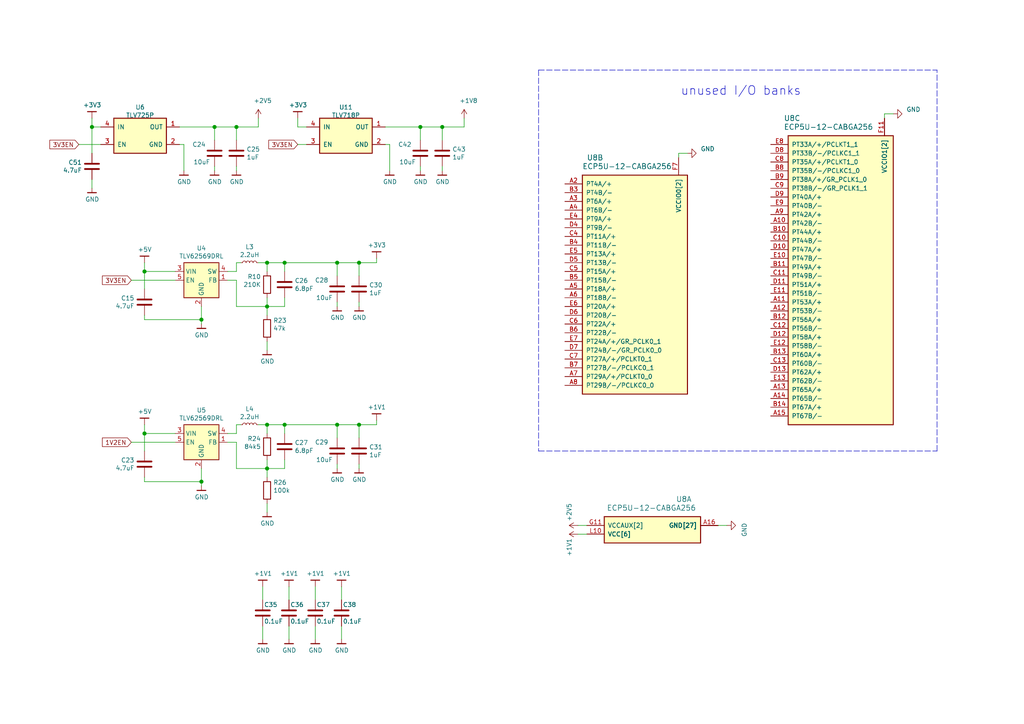
<source format=kicad_sch>
(kicad_sch (version 20210126) (generator eeschema)
  (paper "A4")
  (title_block (title "ECPBreaker") (date "2020-12-28") (rev "V0.1") (company "GsD") (comment 1 "2020 (C) Greg Davill  <greg.davill@gmail.com>") (comment 3 "License: CC-BY-SA V4.0"))
  (lib_symbols
    (symbol "Device:C" (pin_numbers hide) (pin_names (offset 0.254))
      (property "Reference" "C" (at 0.635 2.54 0))
      (property "Value" "C" (at 0.635 -2.54 0))
      (symbol "C_1_1"
        (pin passive line (at 0 3.81 270) (length 2.794) (name "~") (number "1"))
        (pin passive line (at 0 -3.81 90) (length 2.794) (name "~") (number "2"))
      )
    )
    (symbol "Device:L_Small" (pin_numbers hide) (pin_names (offset 0.254) hide)
      (property "Reference" "L" (at 0.762 1.016 0))
      (property "Value" "L_Small" (at 0.762 -1.016 0))
      (symbol "L_Small_1_1"
        (pin passive line (at 0 2.54 270) (length 0.508) (name "~") (number "1"))
        (pin passive line (at 0 -2.54 90) (length 0.508) (name "~") (number "2"))
      )
    )
    (symbol "Device:R_3" (pin_numbers hide) (pin_names (offset 0))
      (property "Reference" "R" (at 2.032 0 90))
      (property "Value" "R" (at 0 0 90))
      (symbol "R_3_1_1"
        (pin passive line (at 0 3.81 270) (length 1.27) (name "~") (number "1"))
        (pin passive line (at 0 -3.81 90) (length 1.27) (name "~") (number "2"))
      )
    )
    (symbol "Device:R_4" (pin_numbers hide) (pin_names (offset 0))
      (property "Reference" "R" (at 2.032 0 90))
      (property "Value" "R" (at 0 0 90))
      (symbol "R_4_1_1"
        (pin passive line (at 0 3.81 270) (length 1.27) (name "~") (number "1"))
        (pin passive line (at 0 -3.81 90) (length 1.27) (name "~") (number "2"))
      )
    )
    (symbol "Device:R_5" (pin_numbers hide) (pin_names (offset 0))
      (property "Reference" "R" (at 2.032 0 90))
      (property "Value" "R" (at 0 0 90))
      (symbol "R_5_1_1"
        (pin passive line (at 0 3.81 270) (length 1.27) (name "~") (number "1"))
        (pin passive line (at 0 -3.81 90) (length 1.27) (name "~") (number "2"))
      )
    )
    (symbol "Device:R_6" (pin_numbers hide) (pin_names (offset 0))
      (property "Reference" "R" (at 2.032 0 90))
      (property "Value" "R" (at 0 0 90))
      (symbol "R_6_1_1"
        (pin passive line (at 0 3.81 270) (length 1.27) (name "~") (number "1"))
        (pin passive line (at 0 -3.81 90) (length 1.27) (name "~") (number "2"))
      )
    )
    (symbol "Regulator_Switching:TLV62569DRL"
      (property "Reference" "U" (at -5.08 6.35 0))
      (property "Value" "TLV62569DRL" (at 0 6.35 0))
      (symbol "TLV62569DRL_1_1"
        (pin input line (at 7.62 0 180) (length 2.54) (name "FB") (number "1"))
        (pin power_in line (at 0 -7.62 90) (length 2.54) (name "GND") (number "2"))
        (pin power_in line (at -7.62 2.54 0) (length 2.54) (name "VIN") (number "3"))
        (pin power_out line (at 7.62 2.54 180) (length 2.54) (name "SW") (number "4"))
        (pin input line (at -7.62 0 0) (length 2.54) (name "EN") (number "5"))
        (pin no_connect line (at 5.08 -2.54 180) (length 2.54) hide (name "NC") (number "6"))
      )
    )
    (symbol "gkl_pmic:NCP167" (pin_names (offset 1.016))
      (property "Reference" "U" (at 0 11.43 0))
      (property "Value" "NCP167" (at 0 8.89 0))
      (symbol "NCP167_1_1"
        (pin input line (at 11.43 2.54 180) (length 3.81) (name "OUT") (number "1"))
        (pin input line (at 11.43 -2.54 180) (length 3.81) (name "GND") (number "2"))
        (pin input line (at -11.43 -2.54 0) (length 3.81) (name "EN") (number "3"))
        (pin input line (at -11.43 2.54 0) (length 3.81) (name "IN") (number "4"))
      )
    )
    (symbol "gkl_power:+1V1" (power) (pin_names (offset 0))
      (property "Value" "+1V1" (at 0 3.556 0))
      (symbol "+1V1_1_1"
        (pin power_in line (at 0 0 90) (length 0) hide (name "+1V1") (number "1"))
      )
    )
    (symbol "gkl_power:+3V3" (power) (pin_names (offset 0))
      (property "Value" "+3V3" (at 0 3.556 0))
      (symbol "+3V3_1_1"
        (pin power_in line (at 0 0 90) (length 0) hide (name "+3V3") (number "1"))
      )
    )
    (symbol "gkl_power:+5V" (power) (pin_names (offset 0))
      (property "Value" "+5V" (at 0 3.175 0))
      (symbol "+5V_1_1"
        (pin power_in line (at 0 0 90) (length 0) hide (name "+5V") (number "1"))
      )
    )
    (symbol "gkl_power:GND" (power) (pin_names (offset 0))
      (property "Value" "GND" (at 0 -2.54 0))
      (symbol "GND_1_1"
        (pin power_in line (at 0 0 270) (length 0) hide (name "GND") (number "1"))
      )
    )
    (symbol "gsd-kicad:ECP5U-12-CABGA256" (pin_names (offset 1.016))
      (property "Reference" "U" (at 3.81 6.35 0))
      (property "Value" "ECP5U-12-CABGA256" (at 3.81 3.81 0))
      (symbol "ECP5U-12-CABGA256_1_1"
        (pin power_in line (at 7.62 -15.24 90) (length 5.08) (name "GND[27]") (number "A16"))
        (pin power_in line (at 7.62 -15.24 90) (length 5.08) (name "GND[27]") (number "H16"))
        (pin power_in line (at 7.62 -15.24 90) (length 5.08) (name "GND[27]") (number "T16"))
        (pin power_in line (at 7.62 -15.24 90) (length 5.08) (name "GND[27]") (number "D15"))
        (pin power_in line (at 7.62 -15.24 90) (length 5.08) (name "GND[27]") (number "N15"))
        (pin power_in line (at 7.62 -15.24 90) (length 5.08) (name "GND[27]") (number "T12"))
        (pin power_in line (at 7.62 -15.24 90) (length 5.08) (name "GND[27]") (number "G10"))
        (pin power_in line (at 7.62 -15.24 90) (length 5.08) (name "GND[27]") (number "H10"))
        (pin power_in line (at 7.62 -15.24 90) (length 5.08) (name "GND[27]") (number "J10"))
        (pin power_in line (at 7.62 -15.24 90) (length 5.08) (name "GND[27]") (number "K10"))
        (pin power_in line (at 7.62 -15.24 90) (length 5.08) (name "GND[27]") (number "F9"))
        (pin power_in line (at 7.62 -15.24 90) (length 5.08) (name "GND[27]") (number "H9"))
        (pin power_in line (at 7.62 -15.24 90) (length 5.08) (name "GND[27]") (number "J9"))
        (pin power_in line (at 7.62 -15.24 90) (length 5.08) (name "GND[27]") (number "K9"))
        (pin power_in line (at 7.62 -15.24 90) (length 5.08) (name "GND[27]") (number "F8"))
        (pin power_in line (at 7.62 -15.24 90) (length 5.08) (name "GND[27]") (number "G8"))
        (pin power_in line (at 7.62 -15.24 90) (length 5.08) (name "GND[27]") (number "H8"))
        (pin power_in line (at 7.62 -15.24 90) (length 5.08) (name "GND[27]") (number "J8"))
        (pin power_in line (at 7.62 -15.24 90) (length 5.08) (name "GND[27]") (number "K8"))
        (pin power_in line (at 7.62 -15.24 90) (length 5.08) (name "GND[27]") (number "K7"))
        (pin power_in line (at 7.62 -15.24 90) (length 5.08) (name "GND[27]") (number "K6"))
        (pin power_in line (at 7.62 -15.24 90) (length 5.08) (name "GND[27]") (number "T5"))
        (pin power_in line (at 7.62 -15.24 90) (length 5.08) (name "GND[27]") (number "D2"))
        (pin power_in line (at 7.62 -15.24 90) (length 5.08) (name "GND[27]") (number "N2"))
        (pin power_in line (at 7.62 -15.24 90) (length 5.08) (name "GND[27]") (number "A1"))
        (pin power_in line (at 7.62 -15.24 90) (length 5.08) (name "GND[27]") (number "H1"))
        (pin power_in line (at 7.62 -15.24 90) (length 5.08) (name "GND[27]") (number "T1"))
        (pin power_in line (at 10.16 22.86 270) (length 5.08) (name "VCC[6]") (number "L10"))
        (pin power_in line (at 10.16 22.86 270) (length 5.08) (name "VCC[6]") (number "G9"))
        (pin power_in line (at 10.16 22.86 270) (length 5.08) (name "VCC[6]") (number "L9"))
        (pin power_in line (at 10.16 22.86 270) (length 5.08) (name "VCC[6]") (number "L8"))
        (pin power_in line (at 10.16 22.86 270) (length 5.08) (name "VCC[6]") (number "G7"))
        (pin power_in line (at 10.16 22.86 270) (length 5.08) (name "VCC[6]") (number "G6"))
        (pin power_in line (at 7.62 22.86 270) (length 5.08) (name "VCCAUX[2]") (number "G11"))
        (pin power_in line (at 7.62 22.86 270) (length 5.08) (name "VCCAUX[2]") (number "L7"))
      )
      (symbol "ECP5U-12-CABGA256_2_1"
        (pin bidirectional line (at 0 0 0) (length 5.08) (name "PT4A/+") (number "A2"))
        (pin bidirectional line (at 0 -2.54 0) (length 5.08) (name "PT4B/-") (number "B3"))
        (pin bidirectional line (at 0 -5.08 0) (length 5.08) (name "PT6A/+") (number "A3"))
        (pin bidirectional line (at 0 -7.62 0) (length 5.08) (name "PT6B/-") (number "A4"))
        (pin bidirectional line (at 0 -10.16 0) (length 5.08) (name "PT9A/+") (number "E4"))
        (pin bidirectional line (at 0 -12.7 0) (length 5.08) (name "PT9B/-") (number "D4"))
        (pin bidirectional line (at 0 -15.24 0) (length 5.08) (name "PT11A/+") (number "C4"))
        (pin bidirectional line (at 0 -17.78 0) (length 5.08) (name "PT11B/-") (number "B4"))
        (pin bidirectional line (at 0 -20.32 0) (length 5.08) (name "PT13A/+") (number "E5"))
        (pin bidirectional line (at 0 -22.86 0) (length 5.08) (name "PT13B/-") (number "D5"))
        (pin bidirectional line (at 0 -25.4 0) (length 5.08) (name "PT15A/+") (number "C5"))
        (pin bidirectional line (at 0 -27.94 0) (length 5.08) (name "PT15B/-") (number "B5"))
        (pin bidirectional line (at 0 -30.48 0) (length 5.08) (name "PT18A/+") (number "A5"))
        (pin bidirectional line (at 0 -33.02 0) (length 5.08) (name "PT18B/-") (number "A6"))
        (pin bidirectional line (at 0 -35.56 0) (length 5.08) (name "PT20A/+") (number "E6"))
        (pin bidirectional line (at 0 -38.1 0) (length 5.08) (name "PT20B/-") (number "D6"))
        (pin bidirectional line (at 0 -40.64 0) (length 5.08) (name "PT22A/+") (number "C6"))
        (pin bidirectional line (at 0 -43.18 0) (length 5.08) (name "PT22B/-") (number "B6"))
        (pin bidirectional line (at 0 -45.72 0) (length 5.08) (name "PT24A/+/GR_PCLK0_1") (number "E7"))
        (pin bidirectional line (at 0 -48.26 0) (length 5.08) (name "PT24B/-/GR_PCLK0_0") (number "D7"))
        (pin bidirectional line (at 0 -50.8 0) (length 5.08) (name "PT27A/+/PCLKT0_1") (number "C7"))
        (pin bidirectional line (at 0 -53.34 0) (length 5.08) (name "PT27B/-/PCLKC0_1") (number "B7"))
        (pin bidirectional line (at 0 -55.88 0) (length 5.08) (name "PT29A/+/PCLKT0_0") (number "A7"))
        (pin bidirectional line (at 0 -58.42 0) (length 5.08) (name "PT29B/-/PCLKC0_0") (number "A8"))
        (pin power_in line (at 33.02 7.62 270) (length 5.08) (name "VCCIO0[2]") (number "F7"))
        (pin power_in line (at 33.02 7.62 270) (length 5.08) (name "VCCIO0[2]") (number "F6"))
      )
      (symbol "ECP5U-12-CABGA256_3_1"
        (pin bidirectional line (at 0 0 0) (length 5.08) (name "PT33A/+/PCLKT1_1") (number "E8"))
        (pin bidirectional line (at 0 -2.54 0) (length 5.08) (name "PT33B/-/PCLKC1_1") (number "D8"))
        (pin bidirectional line (at 0 -5.08 0) (length 5.08) (name "PT35A/+/PCLKT1_0") (number "C8"))
        (pin bidirectional line (at 0 -7.62 0) (length 5.08) (name "PT35B/-/PCLKC1_0") (number "B8"))
        (pin bidirectional line (at 0 -10.16 0) (length 5.08) (name "PT38A/+/GR_PCLK1_0") (number "B9"))
        (pin bidirectional line (at 0 -12.7 0) (length 5.08) (name "PT38B/-/GR_PCLK1_1") (number "C9"))
        (pin bidirectional line (at 0 -15.24 0) (length 5.08) (name "PT40A/+") (number "D9"))
        (pin bidirectional line (at 0 -17.78 0) (length 5.08) (name "PT40B/-") (number "E9"))
        (pin bidirectional line (at 0 -20.32 0) (length 5.08) (name "PT42A/+") (number "A9"))
        (pin bidirectional line (at 0 -22.86 0) (length 5.08) (name "PT42B/-") (number "A10"))
        (pin bidirectional line (at 0 -25.4 0) (length 5.08) (name "PT44A/+") (number "B10"))
        (pin bidirectional line (at 0 -27.94 0) (length 5.08) (name "PT44B/-") (number "C10"))
        (pin bidirectional line (at 0 -30.48 0) (length 5.08) (name "PT47A/+") (number "D10"))
        (pin bidirectional line (at 0 -33.02 0) (length 5.08) (name "PT47B/-") (number "E10"))
        (pin bidirectional line (at 0 -35.56 0) (length 5.08) (name "PT49A/+") (number "B11"))
        (pin bidirectional line (at 0 -38.1 0) (length 5.08) (name "PT49B/-") (number "C11"))
        (pin bidirectional line (at 0 -40.64 0) (length 5.08) (name "PT51A/+") (number "D11"))
        (pin bidirectional line (at 0 -43.18 0) (length 5.08) (name "PT51B/-") (number "E11"))
        (pin bidirectional line (at 0 -45.72 0) (length 5.08) (name "PT53A/+") (number "A11"))
        (pin bidirectional line (at 0 -48.26 0) (length 5.08) (name "PT53B/-") (number "A12"))
        (pin bidirectional line (at 0 -50.8 0) (length 5.08) (name "PT56A/+") (number "B12"))
        (pin bidirectional line (at 0 -53.34 0) (length 5.08) (name "PT56B/-") (number "C12"))
        (pin bidirectional line (at 0 -55.88 0) (length 5.08) (name "PT58A/+") (number "D12"))
        (pin bidirectional line (at 0 -58.42 0) (length 5.08) (name "PT58B/-") (number "E12"))
        (pin bidirectional line (at 0 -60.96 0) (length 5.08) (name "PT60A/+") (number "B13"))
        (pin bidirectional line (at 0 -63.5 0) (length 5.08) (name "PT60B/-") (number "C13"))
        (pin bidirectional line (at 0 -66.04 0) (length 5.08) (name "PT62A/+") (number "D13"))
        (pin bidirectional line (at 0 -68.58 0) (length 5.08) (name "PT62B/-") (number "E13"))
        (pin bidirectional line (at 0 -71.12 0) (length 5.08) (name "PT65A/+") (number "A13"))
        (pin bidirectional line (at 0 -73.66 0) (length 5.08) (name "PT65B/-") (number "A14"))
        (pin bidirectional line (at 0 -76.2 0) (length 5.08) (name "PT67A/+") (number "B14"))
        (pin bidirectional line (at 0 -78.74 0) (length 5.08) (name "PT67B/-") (number "A15"))
        (pin power_in line (at 33.02 7.62 270) (length 5.08) (name "VCCIO1[2]") (number "F11"))
        (pin power_in line (at 33.02 7.62 270) (length 5.08) (name "VCCIO1[2]") (number "F10"))
      )
      (symbol "ECP5U-12-CABGA256_4_1"
        (pin bidirectional line (at 0 0 0) (length 5.08) (name "PR2A/+/HS/RDQ8") (number "B16"))
        (pin bidirectional line (at 0 -2.54 0) (length 5.08) (name "PR2B/-/S0_IN/HS/RDQ8") (number "B15"))
        (pin bidirectional line (at 0 -5.08 0) (length 5.08) (name "PR2C/+/RDQ8") (number "C14"))
        (pin bidirectional line (at 0 -7.62 0) (length 5.08) (name "PR2D/-/RDQ8") (number "D14"))
        (pin bidirectional line (at 0 -10.16 0) (length 5.08) (name "PR5A/+/HS/RDQ8") (number "C16"))
        (pin bidirectional line (at 0 -12.7 0) (length 5.08) (name "PR5B/-/HS/RDQ8") (number "C15"))
        (pin bidirectional line (at 0 -15.24 0) (length 5.08) (name "PR5C/+/RDQ8") (number "E14"))
        (pin bidirectional line (at 0 -17.78 0) (length 5.08) (name "PR5D/-/RDQ8") (number "F14"))
        (pin bidirectional line (at 0 -20.32 0) (length 5.08) (name "PR8A/+/HS/RDQS8") (number "D16"))
        (pin bidirectional line (at 0 -22.86 0) (length 5.08) (name "PR8B/-/HS/RDQSN8") (number "E15"))
        (pin bidirectional line (at 0 -25.4 0) (length 5.08) (name "PR8C/+/RDQ8") (number "F13"))
        (pin bidirectional line (at 0 -27.94 0) (length 5.08) (name "PR8D/-/RDQ8") (number "F12"))
        (pin bidirectional line (at 0 -30.48 0) (length 5.08) (name "PR11A/+/HS/RDQ8") (number "G12"))
        (pin bidirectional line (at 0 -33.02 0) (length 5.08) (name "PR11B/-/HS/RDQ8") (number "G13"))
        (pin bidirectional line (at 0 -35.56 0) (length 5.08) (name "PR11C/+/RDQ8") (number "F15"))
        (pin bidirectional line (at 0 -38.1 0) (length 5.08) (name "PR11D/-/RDQ8") (number "E16"))
        (pin bidirectional line (at 0 -40.64 0) (length 5.08) (name "PR14A/+/HS/RDQ20") (number "F16"))
        (pin bidirectional line (at 0 -43.18 0) (length 5.08) (name "PR14B/-/HS/RDQ20") (number "G15"))
        (pin bidirectional line (at 0 -45.72 0) (length 5.08) (name "PR14C/+/VREF1_2/RDQ20") (number "G14"))
        (pin bidirectional line (at 0 -48.26 0) (length 5.08) (name "PR14D/-/RDQ20") (number "H14"))
        (pin bidirectional line (at 0 -50.8 0) (length 5.08) (name "PR17A/+/HS/RDQ20") (number "H12"))
        (pin bidirectional line (at 0 -53.34 0) (length 5.08) (name "PR17B/-/HS/RDQ20") (number "H13"))
        (pin bidirectional line (at 0 -55.88 0) (length 5.08) (name "PR17C/+/RDQ20") (number "J13"))
        (pin bidirectional line (at 0 -58.42 0) (length 5.08) (name "PR17D/-/RDQ20") (number "J12"))
        (pin bidirectional line (at 0 -60.96 0) (length 5.08) (name "PR20A/+/GR_PCLK2_1/HS/RDQS20") (number "G16"))
        (pin bidirectional line (at 0 -63.5 0) (length 5.08) (name "PR20B/-/HS/RDQSN20") (number "H15"))
        (pin bidirectional line (at 0 -66.04 0) (length 5.08) (name "PR20C/+/GR_PCLK2_0/RDQ20") (number "J14"))
        (pin bidirectional line (at 0 -68.58 0) (length 5.08) (name "PR20D/-/RDQ20") (number "K14"))
        (pin bidirectional line (at 0 -71.12 0) (length 5.08) (name "PR23A/+/PCLKT2_1/HS/RDQ20") (number "J16"))
        (pin bidirectional line (at 0 -73.66 0) (length 5.08) (name "PR23B/-/PCLKC2_1/HS/RDQ20") (number "J15"))
        (pin bidirectional line (at 0 -76.2 0) (length 5.08) (name "PR23C/+/PCLKT2_0/RDQ20") (number "K16"))
        (pin bidirectional line (at 0 -78.74 0) (length 5.08) (name "PR23D/-/PCLKC2_0/RDQ20") (number "K15"))
        (pin power_in line (at 45.72 7.62 270) (length 5.08) (name "VCCIO2[2]") (number "H11"))
        (pin power_in line (at 45.72 7.62 270) (length 5.08) (name "VCCIO2[2]") (number "J11"))
      )
      (symbol "ECP5U-12-CABGA256_5_1"
        (pin bidirectional line (at 0 0 0) (length 5.08) (name "PR26A/+/PCLKT3_1/HS/RDQ32") (number "L16"))
        (pin bidirectional line (at 0 -2.54 0) (length 5.08) (name "PR26B/-/PCLKC3_1/HS/RDQ32") (number "L15"))
        (pin bidirectional line (at 0 -5.08 0) (length 5.08) (name "PR26C/+/PCLKT3_0/RDQ32") (number "M16"))
        (pin bidirectional line (at 0 -7.62 0) (length 5.08) (name "PR26D/-/PCLKC3_0/RDQ32") (number "M15"))
        (pin bidirectional line (at 0 -10.16 0) (length 5.08) (name "PR29A/+/GR_PCLK3_0/HS/RDQ32") (number "K13"))
        (pin bidirectional line (at 0 -12.7 0) (length 5.08) (name "PR29B/-/HS/RDQ32") (number "K12"))
        (pin bidirectional line (at 0 -15.24 0) (length 5.08) (name "PR29C/+/GR_PCLK3_1/RDQ32") (number "L13"))
        (pin bidirectional line (at 0 -17.78 0) (length 5.08) (name "PR29D/-/RDQ32") (number "L12"))
        (pin bidirectional line (at 0 -20.32 0) (length 5.08) (name "PR32A/+/HS/RDQS32") (number "N16"))
        (pin bidirectional line (at 0 -22.86 0) (length 5.08) (name "PR32B/-/HS/RDQSN32") (number "P15"))
        (pin bidirectional line (at 0 -25.4 0) (length 5.08) (name "PR32C/+/RDQ32") (number "L14"))
        (pin bidirectional line (at 0 -27.94 0) (length 5.08) (name "PR32D/-/RDQ32") (number "M14"))
        (pin bidirectional line (at 0 -30.48 0) (length 5.08) (name "PR35A/+/HS/RDQ32") (number "P16"))
        (pin bidirectional line (at 0 -33.02 0) (length 5.08) (name "PR35B/-/VREF1_3/HS/RDQ32") (number "R16"))
        (pin bidirectional line (at 0 -35.56 0) (length 5.08) (name "PR35C/+/RDQ32") (number "M13"))
        (pin bidirectional line (at 0 -38.1 0) (length 5.08) (name "PR35D/-/RDQ32") (number "N14"))
        (pin bidirectional line (at 0 -40.64 0) (length 5.08) (name "PR38A/+/HS/RDQ44") (number "N13"))
        (pin bidirectional line (at 0 -43.18 0) (length 5.08) (name "PR38B/-/HS/RDQ44") (number "P14"))
        (pin bidirectional line (at 0 -45.72 0) (length 5.08) (name "PR38C/+/RDQ44") (number "R15"))
        (pin bidirectional line (at 0 -48.26 0) (length 5.08) (name "PR38D/-/RDQ44") (number "T15"))
        (pin bidirectional line (at 0 -50.8 0) (length 5.08) (name "PR41A/+/HS/RDQ44") (number "P13"))
        (pin bidirectional line (at 0 -53.34 0) (length 5.08) (name "PR41B/-/HS/RDQ44") (number "R14"))
        (pin bidirectional line (at 0 -55.88 0) (length 5.08) (name "PR41C/+/RDQ44") (number "R13"))
        (pin bidirectional line (at 0 -58.42 0) (length 5.08) (name "PR41D/-/RDQ44") (number "T14"))
        (pin bidirectional line (at 0 -60.96 0) (length 5.08) (name "PR44A/+/HS/RDQS44") (number "R12"))
        (pin bidirectional line (at 0 -63.5 0) (length 5.08) (name "PR44B/-/HS/RDQSN44") (number "T13"))
        (pin bidirectional line (at 0 -66.04 0) (length 5.08) (name "PR44C/+/RDQ44") (number "M12"))
        (pin bidirectional line (at 0 -68.58 0) (length 5.08) (name "PR44D/-/RDQ44") (number "N12"))
        (pin bidirectional line (at 0 -71.12 0) (length 5.08) (name "PR47A/+/HS/RDQ44") (number "M11"))
        (pin bidirectional line (at 0 -73.66 0) (length 5.08) (name "PR47B/-/HS/RDQ44") (number "N11"))
        (pin bidirectional line (at 0 -76.2 0) (length 5.08) (name "PR47C/+/LRC_GPLL0T_IN/RDQ44") (number "P11"))
        (pin bidirectional line (at 0 -78.74 0) (length 5.08) (name "PR47D/-/LRC_GPLL0C_IN/RDQ44") (number "P12"))
        (pin power_in line (at 45.72 7.62 270) (length 5.08) (name "VCCIO3[2]") (number "K11"))
        (pin power_in line (at 45.72 7.62 270) (length 5.08) (name "VCCIO3[2]") (number "L11"))
      )
      (symbol "ECP5U-12-CABGA256_6_1"
        (pin bidirectional line (at 0 0 0) (length 5.08) (name "PL26A/+/PCLKT6_1/HS/LDQ32") (number "L1"))
        (pin bidirectional line (at 0 -2.54 0) (length 5.08) (name "PL26B/-/PCLKC6_1/HS/LDQ32") (number "L2"))
        (pin bidirectional line (at 0 -5.08 0) (length 5.08) (name "PL26C/+/PCLKT6_0/LDQ32") (number "M1"))
        (pin bidirectional line (at 0 -7.62 0) (length 5.08) (name "PL26D/-/PCLKC6_0/LDQ32") (number "M2"))
        (pin bidirectional line (at 0 -10.16 0) (length 5.08) (name "PL29A/+/GR_PCLK6_0/HS/LDQ32") (number "K4"))
        (pin bidirectional line (at 0 -12.7 0) (length 5.08) (name "PL29B/-/HS/LDQ32") (number "K5"))
        (pin bidirectional line (at 0 -15.24 0) (length 5.08) (name "PL29C/+/GR_PCLK6_1/LDQ32") (number "L4"))
        (pin bidirectional line (at 0 -17.78 0) (length 5.08) (name "PL29D/-/LDQ32") (number "L5"))
        (pin bidirectional line (at 0 -20.32 0) (length 5.08) (name "PL32A/+/HS/LDQS32") (number "N1"))
        (pin bidirectional line (at 0 -22.86 0) (length 5.08) (name "PL32B/-/HS/LDQSN32") (number "P2"))
        (pin bidirectional line (at 0 -25.4 0) (length 5.08) (name "PL32C/+/LDQ32") (number "L3"))
        (pin bidirectional line (at 0 -27.94 0) (length 5.08) (name "PL32D/-/LDQ32") (number "M3"))
        (pin bidirectional line (at 0 -30.48 0) (length 5.08) (name "PL35A/+/HS/LDQ32") (number "P1"))
        (pin bidirectional line (at 0 -33.02 0) (length 5.08) (name "PL35B/-/VREF1_6/HS/LDQ32") (number "R1"))
        (pin bidirectional line (at 0 -35.56 0) (length 5.08) (name "PL35C/+/LDQ32") (number "M4"))
        (pin bidirectional line (at 0 -38.1 0) (length 5.08) (name "PL35D/-/LDQ32") (number "N3"))
        (pin bidirectional line (at 0 -40.64 0) (length 5.08) (name "PL38A/+/HS/LDQ44") (number "N4"))
        (pin bidirectional line (at 0 -43.18 0) (length 5.08) (name "PL38B/-/HS/LDQ44") (number "P3"))
        (pin bidirectional line (at 0 -45.72 0) (length 5.08) (name "PL38C/+/LDQ44") (number "R2"))
        (pin bidirectional line (at 0 -48.26 0) (length 5.08) (name "PL38D/-/LDQ44") (number "T2"))
        (pin bidirectional line (at 0 -50.8 0) (length 5.08) (name "PL41A/+/HS/LDQ44") (number "P4"))
        (pin bidirectional line (at 0 -53.34 0) (length 5.08) (name "PL41B/-/HS/LDQ44") (number "R3"))
        (pin bidirectional line (at 0 -55.88 0) (length 5.08) (name "PL41C/+/LDQ44") (number "R4"))
        (pin bidirectional line (at 0 -58.42 0) (length 5.08) (name "PL41D/-/LDQ44") (number "T3"))
        (pin bidirectional line (at 0 -60.96 0) (length 5.08) (name "PL44A/+/HS/LDQS44") (number "R5"))
        (pin bidirectional line (at 0 -63.5 0) (length 5.08) (name "PL44B/-/HS/LDQSN44") (number "T4"))
        (pin bidirectional line (at 0 -66.04 0) (length 5.08) (name "PL44C/+/LDQ44") (number "M5"))
        (pin bidirectional line (at 0 -68.58 0) (length 5.08) (name "PL44D/-/LDQ44") (number "N5"))
        (pin bidirectional line (at 0 -71.12 0) (length 5.08) (name "PL47A/+/HS/LDQ44") (number "M6"))
        (pin bidirectional line (at 0 -73.66 0) (length 5.08) (name "PL47B/-/HS/LDQ44") (number "N6"))
        (pin bidirectional line (at 0 -76.2 0) (length 5.08) (name "PL47C/+/LLC_GPLL0T_IN/LDQ44") (number "P6"))
        (pin bidirectional line (at 0 -78.74 0) (length 5.08) (name "PL47D/-/LLC_GPLL0C_IN/LDQ44") (number "P5"))
        (pin power_in line (at 45.72 7.62 270) (length 5.08) (name "VCCIO6[2]") (number "J7"))
        (pin power_in line (at 45.72 7.62 270) (length 5.08) (name "VCCIO6[2]") (number "J6"))
      )
      (symbol "ECP5U-12-CABGA256_7_1"
        (pin bidirectional line (at 0 0 0) (length 5.08) (name "PL2A/+/HS/LDQ8") (number "B1"))
        (pin bidirectional line (at 0 -2.54 0) (length 5.08) (name "PL2B/-/HS/LDQ8") (number "B2"))
        (pin bidirectional line (at 0 -5.08 0) (length 5.08) (name "PL2C/+/LDQ8") (number "C3"))
        (pin bidirectional line (at 0 -7.62 0) (length 5.08) (name "PL2D/-/LDQ8") (number "D3"))
        (pin bidirectional line (at 0 -10.16 0) (length 5.08) (name "PL5A/+/HS/LDQ8") (number "C1"))
        (pin bidirectional line (at 0 -12.7 0) (length 5.08) (name "PL5B/-/HS/LDQ8") (number "C2"))
        (pin bidirectional line (at 0 -15.24 0) (length 5.08) (name "PL5C/+/LDQ8") (number "E3"))
        (pin bidirectional line (at 0 -17.78 0) (length 5.08) (name "PL5D/-/LDQ8") (number "F3"))
        (pin bidirectional line (at 0 -20.32 0) (length 5.08) (name "PL8A/+/HS/LDQS8") (number "D1"))
        (pin bidirectional line (at 0 -22.86 0) (length 5.08) (name "PL8B/-/HS/LDQSN8") (number "E2"))
        (pin bidirectional line (at 0 -25.4 0) (length 5.08) (name "PL8C/+/LDQ8") (number "F4"))
        (pin bidirectional line (at 0 -27.94 0) (length 5.08) (name "PL8D/-/LDQ8") (number "F5"))
        (pin bidirectional line (at 0 -30.48 0) (length 5.08) (name "PL11A/+/HS/LDQ8") (number "G5"))
        (pin bidirectional line (at 0 -33.02 0) (length 5.08) (name "PL11B/-/HS/LDQ8") (number "G4"))
        (pin bidirectional line (at 0 -35.56 0) (length 5.08) (name "PL11C/+/LDQ8") (number "F2"))
        (pin bidirectional line (at 0 -38.1 0) (length 5.08) (name "PL11D/-/LDQ8") (number "E1"))
        (pin bidirectional line (at 0 -40.64 0) (length 5.08) (name "PL14A/+/HS/LDQ20") (number "F1"))
        (pin bidirectional line (at 0 -43.18 0) (length 5.08) (name "PL14B/-/HS/LDQ20") (number "G2"))
        (pin bidirectional line (at 0 -45.72 0) (length 5.08) (name "PL14C/+/VREF1_7/LDQ20") (number "G3"))
        (pin bidirectional line (at 0 -48.26 0) (length 5.08) (name "PL14D/-/LDQ20") (number "H3"))
        (pin bidirectional line (at 0 -50.8 0) (length 5.08) (name "PL17A/+/HS/LDQ20") (number "H5"))
        (pin bidirectional line (at 0 -53.34 0) (length 5.08) (name "PL17B/-/HS/LDQ20") (number "H4"))
        (pin bidirectional line (at 0 -55.88 0) (length 5.08) (name "PL17C/+/LDQ20") (number "J4"))
        (pin bidirectional line (at 0 -58.42 0) (length 5.08) (name "PL17D/-/LDQ20") (number "J5"))
        (pin bidirectional line (at 0 -60.96 0) (length 5.08) (name "PL20A/+/GR_PCLK7_1/HS/LDQS20") (number "G1"))
        (pin bidirectional line (at 0 -63.5 0) (length 5.08) (name "PL20B/-/HS/LDQSN20") (number "H2"))
        (pin bidirectional line (at 0 -66.04 0) (length 5.08) (name "PL20C/+/GR_PCLK7_0/LDQ20") (number "J3"))
        (pin bidirectional line (at 0 -68.58 0) (length 5.08) (name "PL20D/-/LDQ20") (number "K3"))
        (pin bidirectional line (at 0 -71.12 0) (length 5.08) (name "PL23A/+/PCLKT7_1/HS/LDQ20") (number "J1"))
        (pin bidirectional line (at 0 -73.66 0) (length 5.08) (name "PL23B/-/PCLKC7_1/HS/LDQ20") (number "J2"))
        (pin bidirectional line (at 0 -76.2 0) (length 5.08) (name "PL23C/+/PCLKT7_0/LDQ20") (number "K1"))
        (pin bidirectional line (at 0 -78.74 0) (length 5.08) (name "PL23D/-/PCLKC7_0/LDQ20") (number "K2"))
        (pin power_in line (at 45.72 7.62 270) (length 5.08) (name "VCCIO7[2]") (number "H7"))
        (pin power_in line (at 45.72 7.62 270) (length 5.08) (name "VCCIO7[2]") (number "H6"))
      )
      (symbol "ECP5U-12-CABGA256_8_1"
        (pin bidirectional line (at 0 0 0) (length 5.08) (name "CCLK/MCLK/SCK") (number "N9"))
        (pin bidirectional line (at 0 -2.54 0) (length 5.08) (name "CFG_0") (number "N10"))
        (pin bidirectional line (at 0 -5.08 0) (length 5.08) (name "CFG_1") (number "P10"))
        (pin bidirectional line (at 0 -7.62 0) (length 5.08) (name "CFG_2") (number "R10"))
        (pin bidirectional line (at 0 -10.16 0) (length 5.08) (name "DONE") (number "P9"))
        (pin bidirectional line (at 0 -12.7 0) (length 5.08) (name "INITN") (number "T9"))
        (pin bidirectional line (at 0 -15.24 0) (length 5.08) (name "PB4A/+/D7/IO7") (number "T6"))
        (pin bidirectional line (at 0 -17.78 0) (length 5.08) (name "PB4B/-/D6/IO6") (number "R6"))
        (pin bidirectional line (at 0 -20.32 0) (length 5.08) (name "PB6A/+/D5/MISO2/IO5") (number "R7"))
        (pin bidirectional line (at 0 -22.86 0) (length 5.08) (name "PB6B/-/D4/MOSI2/IO4") (number "P7"))
        (pin bidirectional line (at 0 -25.4 0) (length 5.08) (name "PB9A/+/D3/IO3") (number "N7"))
        (pin bidirectional line (at 0 -27.94 0) (length 5.08) (name "PB9B/-/D2/IO2") (number "M7"))
        (pin bidirectional line (at 0 -30.48 0) (length 5.08) (name "PB11A/+/D1/MISO/IO1") (number "T7"))
        (pin bidirectional line (at 0 -33.02 0) (length 5.08) (name "PB11B/-/D0/MOSI/IO0") (number "T8"))
        (pin bidirectional line (at 0 -35.56 0) (length 5.08) (name "PB13A/+/SN/CSN") (number "R8"))
        (pin bidirectional line (at 0 -38.1 0) (length 5.08) (name "PB13B/-/CS1N") (number "P8"))
        (pin bidirectional line (at 0 -40.64 0) (length 5.08) (name "PB15A/+/HOLDN/DI/BUSY/CSSPIN/CEN") (number "N8"))
        (pin bidirectional line (at 0 -43.18 0) (length 5.08) (name "PB15B/-/DOUT/CSON") (number "M8"))
        (pin bidirectional line (at 0 -45.72 0) (length 5.08) (name "PB18A/WRITEN") (number "M9"))
        (pin bidirectional line (at 0 -48.26 0) (length 5.08) (name "PROGRAMN") (number "R9"))
        (pin power_in line (at 50.8 7.62 270) (length 5.08) (name "VCCIO8") (number "L6"))
      )
      (symbol "ECP5U-12-CABGA256_9_1"
        (pin bidirectional line (at 0 0 0) (length 5.08) (name "TCK") (number "T10"))
        (pin bidirectional line (at 0 -2.54 0) (length 5.08) (name "TDI") (number "R11"))
        (pin bidirectional line (at 0 -5.08 0) (length 5.08) (name "TDO") (number "M10"))
        (pin bidirectional line (at 0 -7.62 0) (length 5.08) (name "TMS") (number "T11"))
      )
    )
    (symbol "power:+1V1" (power) (pin_names (offset 0))
      (property "Value" "+1V1" (at 0 3.556 0))
      (symbol "+1V1_1_1"
        (pin power_in line (at 0 0 90) (length 0) hide (name "+1V1") (number "1"))
      )
    )
    (symbol "power:+1V8" (power) (pin_names (offset 0))
      (property "Value" "+1V8" (at 0 3.556 0))
      (symbol "+1V8_1_1"
        (pin power_in line (at 0 0 90) (length 0) hide (name "+1V8") (number "1"))
      )
    )
    (symbol "power:+2V5" (power) (pin_names (offset 0))
      (property "Value" "+2V5" (at 0 3.556 0))
      (symbol "+2V5_1_1"
        (pin power_in line (at 0 0 90) (length 0) hide (name "+2V5") (number "1"))
      )
    )
    (symbol "power:GND" (power) (pin_names (offset 0))
      (property "Value" "GND" (at 0 -3.81 0))
      (symbol "GND_1_1"
        (pin power_in line (at 0 0 270) (length 0) hide (name "GND") (number "1"))
      )
    )
  )
  (junction (at 26.67 36.83) (diameter 1.016))
  (junction (at 41.91 78.74) (diameter 1.016))
  (junction (at 41.91 125.73) (diameter 1.016))
  (junction (at 58.42 92.71) (diameter 1.016))
  (junction (at 58.42 139.7) (diameter 1.016))
  (junction (at 62.23 36.83) (diameter 1.016))
  (junction (at 68.58 36.83) (diameter 1.016))
  (junction (at 77.47 76.2) (diameter 1.016))
  (junction (at 77.47 88.9) (diameter 1.016))
  (junction (at 77.47 123.19) (diameter 1.016))
  (junction (at 77.47 135.89) (diameter 1.016))
  (junction (at 82.55 76.2) (diameter 1.016))
  (junction (at 82.55 123.19) (diameter 1.016))
  (junction (at 97.79 76.2) (diameter 1.016))
  (junction (at 97.79 123.19) (diameter 1.016))
  (junction (at 104.14 76.2) (diameter 1.016))
  (junction (at 104.14 123.19) (diameter 1.016))
  (junction (at 121.92 36.83) (diameter 1.016))
  (junction (at 128.27 36.83) (diameter 1.016))
  (wire (pts (xy 22.86 41.91) (xy 29.21 41.91)))
  (wire (pts (xy 26.67 34.29) (xy 26.67 36.83)))
  (wire (pts (xy 26.67 36.83) (xy 26.67 44.45)))
  (wire (pts (xy 26.67 36.83) (xy 29.21 36.83)))
  (wire (pts (xy 26.67 52.07) (xy 26.67 54.61)))
  (wire (pts (xy 38.1 81.28) (xy 50.8 81.28)))
  (wire (pts (xy 38.1 128.27) (xy 50.8 128.27)))
  (wire (pts (xy 41.91 76.2) (xy 41.91 78.74)))
  (wire (pts (xy 41.91 78.74) (xy 41.91 83.82)))
  (wire (pts (xy 41.91 78.74) (xy 50.8 78.74)))
  (wire (pts (xy 41.91 91.44) (xy 41.91 92.71)))
  (wire (pts (xy 41.91 92.71) (xy 58.42 92.71)))
  (wire (pts (xy 41.91 123.19) (xy 41.91 125.73)))
  (wire (pts (xy 41.91 125.73) (xy 41.91 130.81)))
  (wire (pts (xy 41.91 125.73) (xy 50.8 125.73)))
  (wire (pts (xy 41.91 138.43) (xy 41.91 139.7)))
  (wire (pts (xy 41.91 139.7) (xy 58.42 139.7)))
  (wire (pts (xy 52.07 36.83) (xy 62.23 36.83)))
  (wire (pts (xy 53.34 41.91) (xy 52.07 41.91)))
  (wire (pts (xy 53.34 41.91) (xy 53.34 49.53)))
  (wire (pts (xy 58.42 88.9) (xy 58.42 92.71)))
  (wire (pts (xy 58.42 92.71) (xy 58.42 93.98)))
  (wire (pts (xy 58.42 135.89) (xy 58.42 139.7)))
  (wire (pts (xy 58.42 139.7) (xy 58.42 140.97)))
  (wire (pts (xy 62.23 36.83) (xy 68.58 36.83)))
  (wire (pts (xy 62.23 40.64) (xy 62.23 36.83)))
  (wire (pts (xy 62.23 48.26) (xy 62.23 49.53)))
  (wire (pts (xy 68.58 36.83) (xy 68.58 40.64)))
  (wire (pts (xy 68.58 36.83) (xy 74.93 36.83)))
  (wire (pts (xy 68.58 48.26) (xy 68.58 49.53)))
  (wire (pts (xy 68.58 76.2) (xy 68.58 78.74)))
  (wire (pts (xy 68.58 76.2) (xy 69.85 76.2)))
  (wire (pts (xy 68.58 78.74) (xy 66.04 78.74)))
  (wire (pts (xy 68.58 81.28) (xy 66.04 81.28)))
  (wire (pts (xy 68.58 88.9) (xy 68.58 81.28)))
  (wire (pts (xy 68.58 123.19) (xy 68.58 125.73)))
  (wire (pts (xy 68.58 123.19) (xy 69.85 123.19)))
  (wire (pts (xy 68.58 125.73) (xy 66.04 125.73)))
  (wire (pts (xy 68.58 128.27) (xy 66.04 128.27)))
  (wire (pts (xy 68.58 135.89) (xy 68.58 128.27)))
  (wire (pts (xy 68.58 135.89) (xy 77.47 135.89)))
  (wire (pts (xy 74.93 34.29) (xy 74.93 36.83)))
  (wire (pts (xy 74.93 76.2) (xy 77.47 76.2)))
  (wire (pts (xy 74.93 123.19) (xy 77.47 123.19)))
  (wire (pts (xy 76.2 170.18) (xy 76.2 173.99)))
  (wire (pts (xy 76.2 181.61) (xy 76.2 185.42)))
  (wire (pts (xy 77.47 76.2) (xy 77.47 78.74)))
  (wire (pts (xy 77.47 76.2) (xy 82.55 76.2)))
  (wire (pts (xy 77.47 86.36) (xy 77.47 88.9)))
  (wire (pts (xy 77.47 88.9) (xy 68.58 88.9)))
  (wire (pts (xy 77.47 88.9) (xy 77.47 91.44)))
  (wire (pts (xy 77.47 99.06) (xy 77.47 101.6)))
  (wire (pts (xy 77.47 123.19) (xy 77.47 125.73)))
  (wire (pts (xy 77.47 123.19) (xy 82.55 123.19)))
  (wire (pts (xy 77.47 133.35) (xy 77.47 135.89)))
  (wire (pts (xy 77.47 135.89) (xy 77.47 138.43)))
  (wire (pts (xy 77.47 146.05) (xy 77.47 148.59)))
  (wire (pts (xy 82.55 76.2) (xy 82.55 78.74)))
  (wire (pts (xy 82.55 76.2) (xy 97.79 76.2)))
  (wire (pts (xy 82.55 86.36) (xy 82.55 88.9)))
  (wire (pts (xy 82.55 88.9) (xy 77.47 88.9)))
  (wire (pts (xy 82.55 123.19) (xy 82.55 125.73)))
  (wire (pts (xy 82.55 123.19) (xy 97.79 123.19)))
  (wire (pts (xy 82.55 133.35) (xy 82.55 135.89)))
  (wire (pts (xy 82.55 135.89) (xy 77.47 135.89)))
  (wire (pts (xy 83.82 170.18) (xy 83.82 173.99)))
  (wire (pts (xy 83.82 181.61) (xy 83.82 185.42)))
  (wire (pts (xy 86.36 34.29) (xy 86.36 36.83)))
  (wire (pts (xy 86.36 36.83) (xy 88.9 36.83)))
  (wire (pts (xy 88.9 41.91) (xy 86.36 41.91)))
  (wire (pts (xy 91.44 170.18) (xy 91.44 173.99)))
  (wire (pts (xy 91.44 181.61) (xy 91.44 185.42)))
  (wire (pts (xy 97.79 80.01) (xy 97.79 76.2)))
  (wire (pts (xy 97.79 87.63) (xy 97.79 88.9)))
  (wire (pts (xy 97.79 127) (xy 97.79 123.19)))
  (wire (pts (xy 97.79 134.62) (xy 97.79 135.89)))
  (wire (pts (xy 99.06 170.18) (xy 99.06 173.99)))
  (wire (pts (xy 99.06 181.61) (xy 99.06 185.42)))
  (wire (pts (xy 104.14 76.2) (xy 97.79 76.2)))
  (wire (pts (xy 104.14 76.2) (xy 104.14 80.01)))
  (wire (pts (xy 104.14 76.2) (xy 109.22 76.2)))
  (wire (pts (xy 104.14 87.63) (xy 104.14 88.9)))
  (wire (pts (xy 104.14 123.19) (xy 97.79 123.19)))
  (wire (pts (xy 104.14 123.19) (xy 104.14 127)))
  (wire (pts (xy 104.14 123.19) (xy 109.22 123.19)))
  (wire (pts (xy 104.14 134.62) (xy 104.14 135.89)))
  (wire (pts (xy 109.22 76.2) (xy 109.22 74.93)))
  (wire (pts (xy 109.22 121.92) (xy 109.22 123.19)))
  (wire (pts (xy 111.76 36.83) (xy 121.92 36.83)))
  (wire (pts (xy 113.03 41.91) (xy 111.76 41.91)))
  (wire (pts (xy 113.03 41.91) (xy 113.03 49.53)))
  (wire (pts (xy 121.92 36.83) (xy 128.27 36.83)))
  (wire (pts (xy 121.92 40.64) (xy 121.92 36.83)))
  (wire (pts (xy 121.92 48.26) (xy 121.92 49.53)))
  (wire (pts (xy 128.27 36.83) (xy 128.27 40.64)))
  (wire (pts (xy 128.27 36.83) (xy 134.62 36.83)))
  (wire (pts (xy 128.27 48.26) (xy 128.27 49.53)))
  (wire (pts (xy 134.62 34.29) (xy 134.62 36.83)))
  (wire (pts (xy 167.64 152.4) (xy 170.18 152.4)))
  (wire (pts (xy 167.64 154.94) (xy 170.18 154.94)))
  (wire (pts (xy 196.85 44.45) (xy 199.39 44.45)))
  (wire (pts (xy 196.85 45.72) (xy 196.85 44.45)))
  (wire (pts (xy 208.28 152.4) (xy 210.82 152.4)))
  (wire (pts (xy 256.54 33.02) (xy 259.08 33.02)))
  (wire (pts (xy 256.54 34.29) (xy 256.54 33.02)))
  (polyline (pts (xy 156.21 20.32) (xy 156.21 130.81)) (stroke (width 0) (type dash)))
  (polyline (pts (xy 156.21 20.32) (xy 271.78 20.32)) (stroke (width 0) (type dash)))
  (polyline (pts (xy 156.21 130.81) (xy 271.78 130.81)) (stroke (width 0) (type dash)))
  (polyline (pts (xy 271.78 130.81) (xy 271.78 20.32)) (stroke (width 0) (type dash)))
  (text "unused I/O banks" (at 232.41 27.94 180) (effects (font (size 2.54 2.54)) (justify right bottom)))
  (global_label "3V3EN" (shape input) (at 22.86 41.91 180) (property "Intersheet References" "${INTERSHEET_REFS}" (effects hide)))
  (global_label "3V3EN" (shape input) (at 38.1 81.28 180) (property "Intersheet References" "${INTERSHEET_REFS}" (effects hide)))
  (global_label "1V2EN" (shape input) (at 38.1 128.27 180) (property "Intersheet References" "${INTERSHEET_REFS}" (effects hide)))
  (global_label "3V3EN" (shape input) (at 86.36 41.91 180) (property "Intersheet References" "${INTERSHEET_REFS}" (effects hide)))
  (symbol (lib_id "Device:L_Small") (at 72.39 76.2 90) (unit 1)
    (property "Reference" "L3" (at 72.39 71.6088 90))
    (property "Value" "2.2uH" (at 72.39 73.9075 90))
    (property "Footprint" "Inductor_SMD:L_0805_2012Metric" (effects hide))
    (property "Mfg" "Sunltech Tech" (effects hide))
    (property "PN" "SLM20122R2MIT" (effects hide))
  )
  (symbol (lib_id "Device:L_Small") (at 72.39 123.19 90) (unit 1)
    (property "Reference" "L4" (at 72.39 118.5988 90))
    (property "Value" "2.2uH" (at 72.39 120.8975 90))
    (property "Footprint" "Inductor_SMD:L_0805_2012Metric" (effects hide))
    (property "Mfg" "Sunltech Tech" (effects hide))
    (property "PN" "SLM20122R2MIT" (effects hide))
  )
  (symbol (lib_id "gkl_power:GND") (at 26.67 54.61 0) (unit 1)
    (property "Reference" "#PWR0224" (effects hide))
    (property "Value" "GND" (at 26.7462 57.8104 0))
  )
  (symbol (lib_id "gkl_power:GND") (at 53.34 49.53 0) (unit 1)
    (property "Reference" "#PWR0147" (effects hide))
    (property "Value" "GND" (at 53.4162 52.7304 0))
  )
  (symbol (lib_id "gkl_power:GND") (at 58.42 93.98 0) (unit 1)
    (property "Reference" "#PWR0152" (effects hide))
    (property "Value" "GND" (at 58.4962 97.1804 0))
  )
  (symbol (lib_id "gkl_power:GND") (at 58.42 140.97 0) (unit 1)
    (property "Reference" "#PWR0150" (effects hide))
    (property "Value" "GND" (at 58.4962 144.1704 0))
  )
  (symbol (lib_id "gkl_power:GND") (at 62.23 49.53 0) (unit 1)
    (property "Reference" "#PWR0145" (effects hide))
    (property "Value" "GND" (at 62.3062 52.7304 0))
  )
  (symbol (lib_id "gkl_power:GND") (at 68.58 49.53 0) (unit 1)
    (property "Reference" "#PWR0144" (effects hide))
    (property "Value" "GND" (at 68.6562 52.7304 0))
  )
  (symbol (lib_id "gkl_power:GND") (at 76.2 185.42 0) (unit 1)
    (property "Reference" "#PWR0164" (effects hide))
    (property "Value" "GND" (at 76.2762 188.6204 0))
  )
  (symbol (lib_id "gkl_power:GND") (at 77.47 101.6 0) (unit 1)
    (property "Reference" "#PWR0151" (effects hide))
    (property "Value" "GND" (at 77.5462 104.8004 0))
  )
  (symbol (lib_id "gkl_power:GND") (at 77.47 148.59 0) (unit 1)
    (property "Reference" "#PWR0148" (effects hide))
    (property "Value" "GND" (at 77.5462 151.7904 0))
  )
  (symbol (lib_id "gkl_power:GND") (at 83.82 185.42 0) (unit 1)
    (property "Reference" "#PWR0165" (effects hide))
    (property "Value" "GND" (at 83.8962 188.6204 0))
  )
  (symbol (lib_id "gkl_power:GND") (at 91.44 185.42 0) (unit 1)
    (property "Reference" "#PWR0166" (effects hide))
    (property "Value" "GND" (at 91.5162 188.6204 0))
  )
  (symbol (lib_id "gkl_power:GND") (at 97.79 88.9 0) (unit 1)
    (property "Reference" "#PWR0153" (effects hide))
    (property "Value" "GND" (at 97.8662 92.1004 0))
  )
  (symbol (lib_id "gkl_power:GND") (at 97.79 135.89 0) (unit 1)
    (property "Reference" "#PWR0158" (effects hide))
    (property "Value" "GND" (at 97.8662 139.0904 0))
  )
  (symbol (lib_id "gkl_power:GND") (at 99.06 185.42 0) (unit 1)
    (property "Reference" "#PWR0167" (effects hide))
    (property "Value" "GND" (at 99.1362 188.6204 0))
  )
  (symbol (lib_id "gkl_power:GND") (at 104.14 88.9 0) (unit 1)
    (property "Reference" "#PWR0154" (effects hide))
    (property "Value" "GND" (at 104.2162 92.1004 0))
  )
  (symbol (lib_id "gkl_power:GND") (at 104.14 135.89 0) (unit 1)
    (property "Reference" "#PWR0157" (effects hide))
    (property "Value" "GND" (at 104.2162 139.0904 0))
  )
  (symbol (lib_id "gkl_power:GND") (at 113.03 49.53 0) (unit 1)
    (property "Reference" "#PWR0206" (effects hide))
    (property "Value" "GND" (at 113.1062 52.7304 0))
  )
  (symbol (lib_id "gkl_power:GND") (at 121.92 49.53 0) (unit 1)
    (property "Reference" "#PWR0205" (effects hide))
    (property "Value" "GND" (at 121.9962 52.7304 0))
  )
  (symbol (lib_id "gkl_power:GND") (at 128.27 49.53 0) (unit 1)
    (property "Reference" "#PWR0133" (effects hide))
    (property "Value" "GND" (at 128.3462 52.7304 0))
  )
  (symbol (lib_id "power:+2V5") (at 74.93 34.29 0) (unit 1)
    (property "Reference" "#PWR0155" (effects hide))
    (property "Value" "+2V5" (at 76.2 29.21 0))
  )
  (symbol (lib_id "power:+1V8") (at 134.62 34.29 0) (unit 1)
    (property "Reference" "#PWR0208" (effects hide))
    (property "Value" "+1V8" (at 135.89 29.21 0))
  )
  (symbol (lib_id "power:+2V5") (at 167.64 152.4 90) (mirror x) (unit 1)
    (property "Reference" "#PWR0126" (effects hide))
    (property "Value" "+2V5" (at 165.1 148.59 0))
  )
  (symbol (lib_id "power:+1V1") (at 167.64 154.94 90) (mirror x) (unit 1)
    (property "Reference" "#PWR0125" (effects hide))
    (property "Value" "+1V1" (at 165.1 158.75 0))
  )
  (symbol (lib_id "gkl_power:+3V3") (at 26.67 34.29 0) (unit 1)
    (property "Reference" "#PWR0156" (effects hide))
    (property "Value" "+3V3" (at 26.7462 30.4546 0))
  )
  (symbol (lib_id "gkl_power:+5V") (at 41.91 76.2 0) (unit 1)
    (property "Reference" "#PWR0146" (effects hide))
    (property "Value" "+5V" (at 41.9862 72.3646 0))
  )
  (symbol (lib_id "gkl_power:+5V") (at 41.91 123.19 0) (unit 1)
    (property "Reference" "#PWR0149" (effects hide))
    (property "Value" "+5V" (at 41.9862 119.3546 0))
  )
  (symbol (lib_id "gkl_power:+1V1") (at 76.2 170.18 0) (unit 1)
    (property "Reference" "#PWR0160" (effects hide))
    (property "Value" "+1V1" (at 76.2762 166.3446 0))
  )
  (symbol (lib_id "gkl_power:+1V1") (at 83.82 170.18 0) (unit 1)
    (property "Reference" "#PWR0161" (effects hide))
    (property "Value" "+1V1" (at 83.8962 166.3446 0))
  )
  (symbol (lib_id "gkl_power:+3V3") (at 86.36 34.29 0) (unit 1)
    (property "Reference" "#PWR0207" (effects hide))
    (property "Value" "+3V3" (at 86.4362 30.4546 0))
  )
  (symbol (lib_id "gkl_power:+1V1") (at 91.44 170.18 0) (unit 1)
    (property "Reference" "#PWR0162" (effects hide))
    (property "Value" "+1V1" (at 91.5162 166.3446 0))
  )
  (symbol (lib_id "gkl_power:+1V1") (at 99.06 170.18 0) (unit 1)
    (property "Reference" "#PWR0163" (effects hide))
    (property "Value" "+1V1" (at 99.1362 166.3446 0))
  )
  (symbol (lib_id "gkl_power:+3V3") (at 109.22 74.93 0) (unit 1)
    (property "Reference" "#PWR0106" (effects hide))
    (property "Value" "+3V3" (at 109.2962 71.0946 0))
  )
  (symbol (lib_id "gkl_power:+1V1") (at 109.22 121.92 0) (unit 1)
    (property "Reference" "#PWR0159" (effects hide))
    (property "Value" "+1V1" (at 109.2962 118.0846 0))
  )
  (symbol (lib_id "power:GND") (at 199.39 44.45 90) (unit 1)
    (property "Reference" "#PWR0142" (effects hide))
    (property "Value" "GND" (at 203.2 43.18 90) (effects (justify right)))
  )
  (symbol (lib_id "power:GND") (at 210.82 152.4 90) (mirror x) (unit 1)
    (property "Reference" "#PWR0127" (effects hide))
    (property "Value" "GND" (at 215.9 153.67 0))
  )
  (symbol (lib_id "power:GND") (at 259.08 33.02 90) (unit 1)
    (property "Reference" "#PWR0143" (effects hide))
    (property "Value" "GND" (at 262.89 31.75 90) (effects (justify right)))
  )
  (symbol (lib_name "Device:R_3") (lib_id "Device:R") (at 77.47 82.55 180) (unit 1)
    (property "Reference" "R10" (at 75.692 80.2513 0) (effects (justify left)))
    (property "Value" "210K" (at 75.692 82.55 0) (effects (justify left)))
    (property "Footprint" "Resistor_SMD:R_0402_1005Metric" (effects hide))
    (property "PN" "AC0402FR-07210KL" (effects hide))
    (property "Mfg" "Yageo" (effects hide))
  )
  (symbol (lib_name "Device:R_4") (lib_id "Device:R") (at 77.47 95.25 180) (unit 1)
    (property "Reference" "R23" (at 79.2481 92.9513 0) (effects (justify right)))
    (property "Value" "47k" (at 79.2481 95.25 0) (effects (justify right)))
    (property "Footprint" "Resistor_SMD:R_0402_1005Metric" (effects hide))
    (property "PN" "AC0402FR-0747KL" (effects hide))
    (property "Mfg" "Yageo" (effects hide))
  )
  (symbol (lib_name "Device:R_6") (lib_id "Device:R") (at 77.47 129.54 180) (unit 1)
    (property "Reference" "R24" (at 75.692 127.2413 0) (effects (justify left)))
    (property "Value" "84k5" (at 75.692 129.54 0) (effects (justify left)))
    (property "Footprint" "Resistor_SMD:R_0402_1005Metric" (effects hide))
    (property "PN" "AC0402FR-0784K5L" (effects hide))
    (property "Mfg" "Yageo" (effects hide))
  )
  (symbol (lib_name "Device:R_5") (lib_id "Device:R") (at 77.47 142.24 180) (unit 1)
    (property "Reference" "R26" (at 79.2481 139.9413 0) (effects (justify right)))
    (property "Value" "100k" (at 79.2481 142.24 0) (effects (justify right)))
    (property "Footprint" "Resistor_SMD:R_0402_1005Metric" (effects hide))
    (property "PN" "AC0402FR-07100KL" (effects hide))
    (property "Mfg" "Yageo" (effects hide))
  )
  (symbol (lib_id "Device:C") (at 26.67 48.26 0) (mirror y) (unit 1)
    (property "Reference" "C51" (at 23.749 47.117 0) (effects (justify left)))
    (property "Value" "4.7uF" (at 23.749 49.403 0) (effects (justify left)))
    (property "Footprint" "Capacitor_SMD:C_0402_1005Metric" (effects hide))
    (property "Mfg" "Yageo" (effects hide))
    (property "PN" "CC0402MRX5R5BB475" (effects hide))
  )
  (symbol (lib_id "Device:C") (at 41.91 87.63 0) (mirror y) (unit 1)
    (property "Reference" "C15" (at 38.989 86.487 0) (effects (justify left)))
    (property "Value" "4.7uF" (at 38.989 88.773 0) (effects (justify left)))
    (property "Footprint" "Capacitor_SMD:C_0402_1005Metric" (effects hide))
    (property "Mfg" "Yageo" (effects hide))
    (property "PN" "CC0402MRX5R5BB475" (effects hide))
  )
  (symbol (lib_id "Device:C") (at 41.91 134.62 0) (mirror y) (unit 1)
    (property "Reference" "C23" (at 38.989 133.477 0) (effects (justify left)))
    (property "Value" "4.7uF" (at 38.989 135.763 0) (effects (justify left)))
    (property "Footprint" "Capacitor_SMD:C_0402_1005Metric" (effects hide))
    (property "Mfg" "Yageo" (effects hide))
    (property "PN" "CC0402MRX5R5BB475" (effects hide))
  )
  (symbol (lib_id "Device:C") (at 62.23 44.45 0) (unit 1)
    (property "Reference" "C24" (at 59.69 41.91 0) (effects (justify right)))
    (property "Value" "10uF" (at 60.96 46.99 0) (effects (justify right)))
    (property "Footprint" "Capacitor_SMD:C_0603_1608Metric" (effects hide))
    (property "Mfg" "Yageo" (effects hide))
    (property "PN" "CC0603KRX5R5BB106" (effects hide))
  )
  (symbol (lib_id "Device:C") (at 68.58 44.45 0) (mirror y) (unit 1)
    (property "Reference" "C25" (at 71.501 43.307 0) (effects (justify right)))
    (property "Value" "1uF" (at 71.501 45.593 0) (effects (justify right)))
    (property "Footprint" "Capacitor_SMD:C_0402_1005Metric" (effects hide))
    (property "Mfg" "Yageo" (effects hide))
    (property "PN" "CC0402KRX5R8BB105" (effects hide))
  )
  (symbol (lib_id "Device:C") (at 76.2 177.8 0) (mirror y) (unit 1)
    (property "Reference" "C35" (at 76.581 175.387 0) (effects (justify right)))
    (property "Value" "0.1uF" (at 76.581 180.213 0) (effects (justify right)))
    (property "Footprint" "Capacitor_SMD:C_0402_1005Metric" (effects hide))
    (property "Mfg" "Yageo" (effects hide))
    (property "PN" "CC0402JRX7R7BB104" (effects hide))
  )
  (symbol (lib_id "Device:C") (at 82.55 82.55 0) (unit 1)
    (property "Reference" "C26" (at 85.4711 81.4006 0) (effects (justify left)))
    (property "Value" "6.8pF" (at 85.4711 83.6993 0) (effects (justify left)))
    (property "Footprint" "Capacitor_SMD:C_0402_1005Metric" (effects hide))
    (property "Mfg" "Yageo" (effects hide))
    (property "PN" "CC0402BRNPO9BN6R8" (effects hide))
  )
  (symbol (lib_id "Device:C") (at 82.55 129.54 0) (unit 1)
    (property "Reference" "C27" (at 85.4711 128.3906 0) (effects (justify left)))
    (property "Value" "6.8pF" (at 85.4711 130.6893 0) (effects (justify left)))
    (property "Footprint" "Capacitor_SMD:C_0402_1005Metric" (effects hide))
    (property "Mfg" "Yageo" (effects hide))
    (property "PN" "CC0402BRNPO9BN6R8" (effects hide))
  )
  (symbol (lib_id "Device:C") (at 83.82 177.8 0) (mirror y) (unit 1)
    (property "Reference" "C36" (at 84.201 175.387 0) (effects (justify right)))
    (property "Value" "0.1uF" (at 84.201 180.213 0) (effects (justify right)))
    (property "Footprint" "Capacitor_SMD:C_0402_1005Metric" (effects hide))
    (property "Mfg" "Yageo" (effects hide))
    (property "PN" "CC0402JRX7R7BB104" (effects hide))
  )
  (symbol (lib_id "Device:C") (at 91.44 177.8 0) (mirror y) (unit 1)
    (property "Reference" "C37" (at 91.821 175.387 0) (effects (justify right)))
    (property "Value" "0.1uF" (at 91.821 180.213 0) (effects (justify right)))
    (property "Footprint" "Capacitor_SMD:C_0402_1005Metric" (effects hide))
    (property "Mfg" "Yageo" (effects hide))
    (property "PN" "CC0402JRX7R7BB104" (effects hide))
  )
  (symbol (lib_id "Device:C") (at 97.79 83.82 0) (unit 1)
    (property "Reference" "C28" (at 95.25 81.28 0) (effects (justify right)))
    (property "Value" "10uF" (at 96.52 86.36 0) (effects (justify right)))
    (property "Footprint" "Capacitor_SMD:C_0603_1608Metric" (effects hide))
    (property "Mfg" "Yageo" (effects hide))
    (property "PN" "CC0603KRX5R5BB106" (effects hide))
  )
  (symbol (lib_id "Device:C") (at 97.79 130.81 0) (unit 1)
    (property "Reference" "C29" (at 95.25 128.27 0) (effects (justify right)))
    (property "Value" "10uF" (at 96.52 133.35 0) (effects (justify right)))
    (property "Footprint" "Capacitor_SMD:C_0603_1608Metric" (effects hide))
    (property "Mfg" "Yageo" (effects hide))
    (property "PN" "CC0603KRX5R5BB106" (effects hide))
  )
  (symbol (lib_id "Device:C") (at 99.06 177.8 0) (mirror y) (unit 1)
    (property "Reference" "C38" (at 99.441 175.387 0) (effects (justify right)))
    (property "Value" "0.1uF" (at 99.441 180.213 0) (effects (justify right)))
    (property "Footprint" "Capacitor_SMD:C_0402_1005Metric" (effects hide))
    (property "Mfg" "Yageo" (effects hide))
    (property "PN" "CC0402JRX7R7BB104" (effects hide))
  )
  (symbol (lib_id "Device:C") (at 104.14 83.82 0) (mirror y) (unit 1)
    (property "Reference" "C30" (at 107.061 82.677 0) (effects (justify right)))
    (property "Value" "1uF" (at 107.061 84.963 0) (effects (justify right)))
    (property "Footprint" "Capacitor_SMD:C_0402_1005Metric" (effects hide))
    (property "Mfg" "Yageo" (effects hide))
    (property "PN" "CC0402KRX5R8BB105" (effects hide))
  )
  (symbol (lib_id "Device:C") (at 104.14 130.81 0) (mirror y) (unit 1)
    (property "Reference" "C31" (at 107.061 129.667 0) (effects (justify right)))
    (property "Value" "1uF" (at 107.061 131.953 0) (effects (justify right)))
    (property "Footprint" "Capacitor_SMD:C_0402_1005Metric" (effects hide))
    (property "Mfg" "Yageo" (effects hide))
    (property "PN" "CC0402KRX5R8BB105" (effects hide))
  )
  (symbol (lib_id "Device:C") (at 121.92 44.45 0) (unit 1)
    (property "Reference" "C42" (at 119.38 41.91 0) (effects (justify right)))
    (property "Value" "10uF" (at 120.65 46.99 0) (effects (justify right)))
    (property "Footprint" "Capacitor_SMD:C_0603_1608Metric" (effects hide))
    (property "Mfg" "Yageo" (effects hide))
    (property "PN" "CC0603KRX5R5BB106" (effects hide))
  )
  (symbol (lib_id "Device:C") (at 128.27 44.45 0) (mirror y) (unit 1)
    (property "Reference" "C43" (at 131.191 43.307 0) (effects (justify right)))
    (property "Value" "1uF" (at 131.191 45.593 0) (effects (justify right)))
    (property "Footprint" "Capacitor_SMD:C_0402_1005Metric" (effects hide))
    (property "Mfg" "Yageo" (effects hide))
    (property "PN" "CC0402KRX5R8BB105" (effects hide))
  )
  (symbol (lib_id "Regulator_Switching:TLV62569DRL") (at 58.42 81.28 0) (unit 1)
    (property "Reference" "U4" (at 58.42 71.9898 0))
    (property "Value" "TLV62569DRL" (at 58.42 74.2885 0))
    (property "Footprint" "Package_TO_SOT_SMD:SOT-666" (effects hide))
    (property "Mfg" "Texas Instruments" (effects hide))
    (property "PN" "TLV62569DRLR" (effects hide))
  )
  (symbol (lib_id "Regulator_Switching:TLV62569DRL") (at 58.42 128.27 0) (unit 1)
    (property "Reference" "U5" (at 58.42 118.9798 0))
    (property "Value" "TLV62569DRL" (at 58.42 121.2785 0))
    (property "Footprint" "Package_TO_SOT_SMD:SOT-666" (effects hide))
    (property "Mfg" "Texas Instruments" (effects hide))
    (property "PN" "TLV62569DRLR" (effects hide))
  )
  (symbol (lib_id "gkl_pmic:NCP167") (at 40.64 39.37 0) (unit 1)
    (property "Reference" "U6" (at 40.64 31.115 0))
    (property "Value" "TLV725P" (at 40.64 33.4264 0))
    (property "Footprint" "Package_SON:Texas_X2SON-4_1x1mm_P0.65mm" (effects hide))
    (property "PN" "TLV74225PDQNR" (effects hide))
    (property "SN-DK" " 296-38493-1-ND " (effects hide))
    (property "Mfg" "Texas Instruments" (effects hide))
  )
  (symbol (lib_id "gkl_pmic:NCP167") (at 100.33 39.37 0) (unit 1)
    (property "Reference" "U11" (at 100.33 31.115 0))
    (property "Value" "TLV718P" (at 100.33 33.4264 0))
    (property "Footprint" "Package_SON:Texas_X2SON-4_1x1mm_P0.65mm" (effects hide))
    (property "PN" "TLV73318PDQNR" (effects hide))
    (property "SN-DK" " 296-38538-1-ND " (effects hide))
    (property "Mfg" "Texas Instruments" (effects hide))
  )
  (symbol (lib_id "gsd-kicad:ECP5U-12-CABGA256") (at 193.04 144.78 90) (mirror x) (unit 1)
    (property "Reference" "U8" (at 200.66 144.78 90) (effects (font (size 1.524 1.524)) (justify left)))
    (property "Value" "ECP5U-12-CABGA256" (at 201.93 147.32 90) (effects (font (size 1.524 1.524)) (justify left)))
    (property "Footprint" "Package_BGA:BGA-256_14.0x14.0mm_Layout16x16_P0.8mm_Ball0.45mm_Pad0.32mm_NSMD" (effects hide))
    (property "PN" "LFE5U-12F-7BG256I" (effects hide))
  )
  (symbol (lib_id "gsd-kicad:ECP5U-12-CABGA256") (at 163.83 53.34 0) (unit 2)
    (property "Reference" "U8" (at 170.18 45.72 0) (effects (font (size 1.524 1.524)) (justify left)))
    (property "Value" "ECP5U-12-CABGA256" (at 168.91 48.26 0) (effects (font (size 1.524 1.524)) (justify left)))
    (property "Footprint" "Package_BGA:BGA-256_14.0x14.0mm_Layout16x16_P0.8mm_Ball0.45mm_Pad0.32mm_NSMD" (effects hide))
    (property "PN" "LFE5U-12F-7BG256I" (effects hide))
  )
  (symbol (lib_id "gsd-kicad:ECP5U-12-CABGA256") (at 223.52 41.91 0) (unit 3)
    (property "Reference" "U8" (at 227.33 34.29 0) (effects (font (size 1.524 1.524)) (justify left)))
    (property "Value" "ECP5U-12-CABGA256" (at 227.33 36.83 0) (effects (font (size 1.524 1.524)) (justify left)))
    (property "Footprint" "Package_BGA:BGA-256_14.0x14.0mm_Layout16x16_P0.8mm_Ball0.45mm_Pad0.32mm_NSMD" (effects hide))
    (property "PN" "LFE5U-12F-7BG256I" (effects hide))
  )
)
</source>
